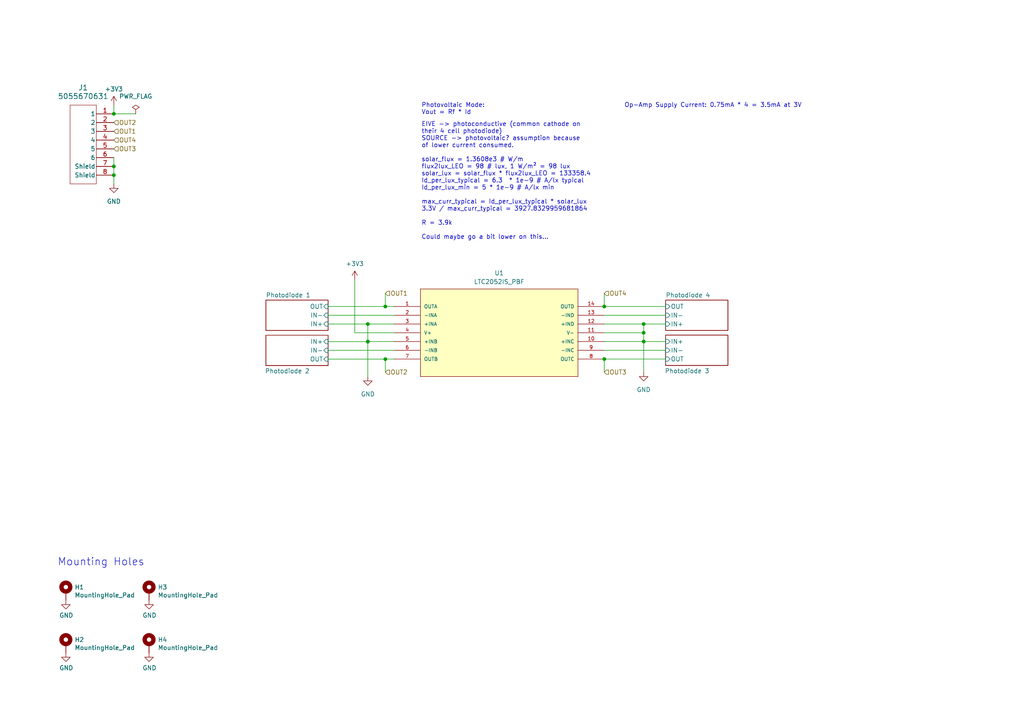
<source format=kicad_sch>
(kicad_sch (version 20231120) (generator "eeschema") (generator_version "8.0")
  (paper "A4")
  (lib_symbols
    (symbol "Mechanical:MountingHole_Pad" (pin_numbers hide) (pin_names (offset 1.016) hide)
      (property "Reference" "H" (at 0 6.35 0))
      (property "Value" "MountingHole_Pad" (at 0 4.445 0))
      (symbol "MountingHole_Pad_0_1"
        (circle (center 0 1.27) (radius 1.27) (stroke (width 1.27)))
      )
      (symbol "MountingHole_Pad_1_1"
        (pin input line (at 0 -2.54 90) (length 2.54) (name "1") (number "1"))
      )
    )
    (symbol "adcs:5055670631" (pin_names (offset 0.254))
      (property "Reference" "J" (at 6.35 4.064 0))
      (property "Value" "5055670631" (at -5.588 3.048 0))
      (symbol "5055670631_1_1"
        (polyline (pts (xy 5.08 -20.32) (xy 12.7 -20.32)) (stroke (width 0.127)))
        (polyline (pts (xy 5.08 2.54) (xy 5.08 -20.32)) (stroke (width 0.127)))
        (polyline (pts (xy 12.7 -20.32) (xy 12.7 2.54)) (stroke (width 0.127)))
        (polyline (pts (xy 12.7 2.54) (xy 5.08 2.54)) (stroke (width 0.127)))
        (pin unspecified line (at 0 0 0) (length 5.08) (name "1") (number "1"))
        (pin unspecified line (at 0 -2.54 0) (length 5.08) (name "2") (number "2"))
        (pin unspecified line (at 0 -5.08 0) (length 5.08) (name "3") (number "3"))
        (pin unspecified line (at 0 -7.62 0) (length 5.08) (name "4") (number "4"))
        (pin unspecified line (at 0 -10.16 0) (length 5.08) (name "5") (number "5"))
        (pin unspecified line (at 0 -12.7 0) (length 5.08) (name "6") (number "6"))
        (pin unspecified line (at 0 -15.24 0) (length 5.08) (name "Shield") (number "7"))
        (pin unspecified line (at 0 -17.78 0) (length 5.08) (name "Shield") (number "8"))
      )
      (symbol "5055670631_1_2"
        (polyline (pts (xy 5.08 -20.32) (xy 12.7 -20.32)) (stroke (width 0.127)))
        (polyline (pts (xy 5.08 2.54) (xy 5.08 -20.32)) (stroke (width 0.127)))
        (polyline (pts (xy 7.62 -17.78) (xy 5.08 -17.78)) (stroke (width 0.127)))
        (polyline (pts (xy 7.62 -17.78) (xy 8.89 -18.6267)) (stroke (width 0.127)))
        (polyline (pts (xy 7.62 -17.78) (xy 8.89 -16.9333)) (stroke (width 0.127)))
        (polyline (pts (xy 7.62 -15.24) (xy 5.08 -15.24)) (stroke (width 0.127)))
        (polyline (pts (xy 7.62 -15.24) (xy 8.89 -16.0867)) (stroke (width 0.127)))
        (polyline (pts (xy 7.62 -15.24) (xy 8.89 -14.3933)) (stroke (width 0.127)))
        (polyline (pts (xy 7.62 -12.7) (xy 5.08 -12.7)) (stroke (width 0.127)))
        (polyline (pts (xy 7.62 -12.7) (xy 8.89 -13.5467)) (stroke (width 0.127)))
        (polyline (pts (xy 7.62 -12.7) (xy 8.89 -11.8533)) (stroke (width 0.127)))
        (polyline (pts (xy 7.62 -10.16) (xy 5.08 -10.16)) (stroke (width 0.127)))
        (polyline (pts (xy 7.62 -10.16) (xy 8.89 -11.0067)) (stroke (width 0.127)))
        (polyline (pts (xy 7.62 -10.16) (xy 8.89 -9.3133)) (stroke (width 0.127)))
        (polyline (pts (xy 7.62 -7.62) (xy 5.08 -7.62)) (stroke (width 0.127)))
        (polyline (pts (xy 7.62 -7.62) (xy 8.89 -8.4667)) (stroke (width 0.127)))
        (polyline (pts (xy 7.62 -7.62) (xy 8.89 -6.7733)) (stroke (width 0.127)))
        (polyline (pts (xy 7.62 -5.08) (xy 5.08 -5.08)) (stroke (width 0.127)))
        (polyline (pts (xy 7.62 -5.08) (xy 8.89 -5.9267)) (stroke (width 0.127)))
        (polyline (pts (xy 7.62 -5.08) (xy 8.89 -4.2333)) (stroke (width 0.127)))
        (polyline (pts (xy 7.62 -2.54) (xy 5.08 -2.54)) (stroke (width 0.127)))
        (polyline (pts (xy 7.62 -2.54) (xy 8.89 -3.3867)) (stroke (width 0.127)))
        (polyline (pts (xy 7.62 -2.54) (xy 8.89 -1.6933)) (stroke (width 0.127)))
        (polyline (pts (xy 7.62 0) (xy 5.08 0)) (stroke (width 0.127)))
        (polyline (pts (xy 7.62 0) (xy 8.89 -0.8467)) (stroke (width 0.127)))
        (polyline (pts (xy 7.62 0) (xy 8.89 0.8467)) (stroke (width 0.127)))
        (polyline (pts (xy 12.7 -20.32) (xy 12.7 2.54)) (stroke (width 0.127)))
        (polyline (pts (xy 12.7 2.54) (xy 5.08 2.54)) (stroke (width 0.127)))
        (pin unspecified line (at 0 0 0) (length 5.08) (name "1") (number "1"))
        (pin unspecified line (at 0 -2.54 0) (length 5.08) (name "2") (number "2"))
        (pin unspecified line (at 0 -5.08 0) (length 5.08) (name "3") (number "3"))
        (pin unspecified line (at 0 -7.62 0) (length 5.08) (name "4") (number "4"))
        (pin unspecified line (at 0 -10.16 0) (length 5.08) (name "5") (number "5"))
        (pin unspecified line (at 0 -12.7 0) (length 5.08) (name "6") (number "6"))
        (pin unspecified line (at 0 -15.24 0) (length 5.08) (name "7") (number "7"))
        (pin unspecified line (at 0 -17.78 0) (length 5.08) (name "8") (number "8"))
      )
    )
    (symbol "adcs:LTC2052IS_PBF" (pin_names (offset 1.016))
      (property "Reference" "U" (at 25.7556 9.1186 0))
      (property "Value" "LTC2052IS_PBF" (at 25.1206 6.5786 0))
      (symbol "LTC2052IS_PBF_0_0"
        (rectangle (start 7.62 -20.32) (end 53.34 5.08) (stroke (width 0.1524)) (fill (type background)))
        (pin output line (at 0 0 0) (length 7.62) (name "OUTA") (number "1"))
        (pin input line (at 60.96 -10.16 180) (length 7.62) (name "+INC") (number "10"))
        (pin power_in line (at 60.96 -7.62 180) (length 7.62) (name "V-") (number "11"))
        (pin input line (at 60.96 -5.08 180) (length 7.62) (name "+IND") (number "12"))
        (pin input line (at 60.96 -2.54 180) (length 7.62) (name "-IND") (number "13"))
        (pin output line (at 60.96 0 180) (length 7.62) (name "OUTD") (number "14"))
        (pin input line (at 0 -2.54 0) (length 7.62) (name "-INA") (number "2"))
        (pin input line (at 0 -5.08 0) (length 7.62) (name "+INA") (number "3"))
        (pin power_in line (at 0 -7.62 0) (length 7.62) (name "V+") (number "4"))
        (pin input line (at 0 -10.16 0) (length 7.62) (name "+INB") (number "5"))
        (pin input line (at 0 -12.7 0) (length 7.62) (name "-INB") (number "6"))
        (pin output line (at 0 -15.24 0) (length 7.62) (name "OUTB") (number "7"))
        (pin output line (at 60.96 -15.24 180) (length 7.62) (name "OUTC") (number "8"))
        (pin input line (at 60.96 -12.7 180) (length 7.62) (name "-INC") (number "9"))
      )
    )
    (symbol "power:+3V3" (power) (pin_names (offset 0))
      (property "Value" "+3V3" (at 0 3.556 0))
      (symbol "+3V3_0_1"
        (polyline (pts (xy -0.762 1.27) (xy 0 2.54)))
        (polyline (pts (xy 0 0) (xy 0 2.54)))
        (polyline (pts (xy 0 2.54) (xy 0.762 1.27)))
      )
      (symbol "+3V3_1_1"
        (pin power_in line (at 0 0 90) (length 0) hide (name "+3V3") (number "1"))
      )
    )
    (symbol "power:GND" (power) (pin_names (offset 0))
      (property "Value" "GND" (at 0 -3.81 0))
      (symbol "GND_0_1"
        (polyline (pts (xy 0 0) (xy 0 -1.27) (xy 1.27 -1.27) (xy 0 -2.54) (xy -1.27 -1.27) (xy 0 -1.27)))
      )
      (symbol "GND_1_1"
        (pin power_in line (at 0 0 270) (length 0) hide (name "GND") (number "1"))
      )
    )
    (symbol "power:PWR_FLAG" (power) (pin_numbers hide) (pin_names (offset 0) hide)
      (property "Value" "PWR_FLAG" (at 0 3.81 0))
      (symbol "PWR_FLAG_0_0"
        (pin power_out line (at 0 0 90) (length 0) (name "pwr") (number "1"))
      )
      (symbol "PWR_FLAG_0_1"
        (polyline (pts (xy 0 0) (xy 0 1.27) (xy -1.016 1.905) (xy 0 2.54) (xy 1.016 1.905) (xy 0 1.27)))
      )
    )
  )
  (junction (at 186.69 99.06))
  (junction (at 175.26 104.14))
  (junction (at 186.69 96.52))
  (junction (at 106.68 99.06))
  (junction (at 106.68 93.98))
  (junction (at 106.68 99.0854))
  (junction (at 33.02 48.26))
  (junction (at 186.69 93.98))
  (junction (at 175.26 88.9))
  (junction (at 111.76 88.9))
  (junction (at 33.02 33.02))
  (junction (at 33.02 50.8))
  (junction (at 111.76 104.1654))
  (wire (pts (xy 111.76 104.1654) (xy 111.76 107.95)))
  (wire (pts (xy 95.1738 104.1654) (xy 111.76 104.1654)))
  (wire (pts (xy 106.68 99.0854) (xy 106.68 109.22)))
  (wire (pts (xy 33.02 45.72) (xy 33.02 48.26)))
  (wire (pts (xy 186.69 99.06) (xy 186.69 107.95)))
  (wire (pts (xy 175.26 88.9) (xy 193.0654 88.9)))
  (wire (pts (xy 175.26 104.14) (xy 193.0654 104.14)))
  (wire (pts (xy 95.3262 101.6) (xy 114.3 101.6)))
  (wire (pts (xy 175.26 85.09) (xy 175.26 88.9)))
  (wire (pts (xy 33.02 33.02) (xy 39.37 33.02)))
  (wire (pts (xy 114.3 96.52) (xy 102.8954 96.52)))
  (wire (pts (xy 106.68 93.98) (xy 106.68 99.06)))
  (wire (pts (xy 95.1738 88.9) (xy 111.76 88.9)))
  (wire (pts (xy 175.26 91.44) (xy 193.0654 91.44)))
  (wire (pts (xy 175.26 101.6) (xy 193.0654 101.6)))
  (wire (pts (xy 95.1738 91.44) (xy 114.3 91.44)))
  (wire (pts (xy 111.76 88.9) (xy 114.3 88.9)))
  (wire (pts (xy 106.68 93.98) (xy 114.3 93.98)))
  (wire (pts (xy 186.69 93.98) (xy 186.69 96.52)))
  (wire (pts (xy 106.68 99.0854) (xy 95.1738 99.0854)))
  (wire (pts (xy 33.02 48.26) (xy 33.02 50.8)))
  (wire (pts (xy 186.69 93.98) (xy 193.0654 93.98)))
  (wire (pts (xy 33.02 50.8) (xy 33.02 53.34)))
  (wire (pts (xy 106.68 99.0854) (xy 106.68 99.06)))
  (wire (pts (xy 111.76 104.1654) (xy 111.76 104.14)))
  (wire (pts (xy 186.69 99.06) (xy 193.0654 99.06)))
  (wire (pts (xy 175.26 96.52) (xy 186.69 96.52)))
  (wire (pts (xy 186.69 96.52) (xy 186.69 99.06)))
  (wire (pts (xy 102.8954 81.153) (xy 102.8954 96.52)))
  (wire (pts (xy 95.1738 93.98) (xy 106.68 93.98)))
  (wire (pts (xy 95.3262 101.6254) (xy 95.3262 101.6)))
  (wire (pts (xy 95.1738 101.6254) (xy 95.3262 101.6254)))
  (wire (pts (xy 111.76 104.14) (xy 114.3 104.14)))
  (wire (pts (xy 175.26 104.14) (xy 175.26 107.95)))
  (wire (pts (xy 175.26 99.06) (xy 186.69 99.06)))
  (wire (pts (xy 175.26 93.98) (xy 186.69 93.98)))
  (wire (pts (xy 106.68 99.06) (xy 114.3 99.06)))
  (wire (pts (xy 33.02 30.48) (xy 33.02 33.02)))
  (wire (pts (xy 111.76 85.09) (xy 111.76 88.9)))
  (text "EIVE -> photoconductive (common cathode on \ntheir 4 cell photodiode)\nSOURCE -> photovoltaic? assumption because \nof lower current consumed.\n\nsolar_flux = 1.3608e3 # W/m\nflux2lux_LEO = 98 # lux, 1 W/m² = 98 lux\nsolar_lux = solar_flux * flux2lux_LEO = 133358.4\nId_per_lux_typical = 6.3  * 1e-9 # A/lx typical\nId_per_lux_min = 5 * 1e-9 # A/lx min\n\nmax_curr_typical = Id_per_lux_typical * solar_lux\n3.3V / max_curr_typical = 3927.8329959681864\n\nR = 3.9k\n\nCould maybe go a bit lower on this..." (at 122.2248 69.596 0) (effects (font (size 1.27 1.27)) (justify left bottom)))
  (text "Mounting Holes" (at 16.6624 164.3634 0) (effects (font (size 2.159 2.159)) (justify left bottom)))
  (text "Photovoltaic Mode:\nVout = Rf * Id" (at 122.2248 33.401 0) (effects (font (size 1.27 1.27)) (justify left bottom)))
  (text "Op-Amp Supply Current: 0.75mA * 4 = 3.5mA at 3V" (at 181.0766 31.3436 0) (effects (font (size 1.27 1.27)) (justify left bottom)))
  (hierarchical_label "OUT4" (shape input) (at 33.02 40.64 0))
  (hierarchical_label "OUT3" (shape input) (at 33.02 43.18 0))
  (hierarchical_label "OUT1" (shape input) (at 33.02 38.1 0))
  (hierarchical_label "OUT2" (shape input) (at 111.76 107.95 0))
  (hierarchical_label "OUT4" (shape input) (at 175.26 85.09 0))
  (hierarchical_label "OUT1" (shape input) (at 111.76 85.09 0))
  (hierarchical_label "OUT2" (shape input) (at 33.02 35.56 0))
  (hierarchical_label "OUT3" (shape input) (at 175.26 107.95 0))
  (symbol (lib_id "power:PWR_FLAG") (at 39.37 33.02 0) (mirror y) (unit 1)
    (property "Reference" "#FLG01" (effects (hide yes)))
    (property "Value" "PWR_FLAG" (at 39.37 27.94 0))
  )
  (symbol (lib_id "power:GND") (at 33.02 53.34 0) (mirror y) (unit 1)
    (property "Reference" "#PWR06" (effects (hide yes)))
    (property "Value" "GND" (at 33.02 58.42 0))
  )
  (symbol (lib_id "power:GND") (at 106.68 109.22 0) (unit 1)
    (property "Reference" "#PWR08" (effects (hide yes)))
    (property "Value" "GND" (at 106.68 114.3 0))
  )
  (symbol (lib_id "adcs:5055670631") (at 33.02 33.02 0) (mirror y) (unit 1)
    (property "Reference" "J1" (at 24.13 25.4 0) (effects (font (size 1.524 1.524))))
    (property "Value" "5055670631" (at 24.13 27.94 0) (effects (font (size 1.524 1.524))))
    (property "Footprint" "adcs:CON_5055670631" (effects (hide yes)))
    (property "Datasheet" "5055670631" (effects (hide yes)))
  )
  (symbol (lib_id "power:GND") (at 43.2308 189.3316 0) (unit 1)
    (property "Reference" "#PWR04" (effects (hide yes)))
    (property "Value" "GND" (at 43.3578 193.7258 0))
  )
  (symbol (lib_id "Mechanical:MountingHole_Pad") (at 19.1008 171.5516 0) (unit 1) (in_bom no)
    (property "Reference" "H1" (at 21.6408 170.307 0) (effects (justify left)))
    (property "Value" "MountingHole_Pad" (at 21.6408 172.6184 0) (effects (justify left)))
    (property "Footprint" "MountingHole:MountingHole_2.2mm_M2" (effects (hide yes)))
  )
  (symbol (lib_id "Mechanical:MountingHole_Pad") (at 43.2308 186.7916 0) (unit 1) (in_bom no)
    (property "Reference" "H4" (at 45.7708 185.547 0) (effects (justify left)))
    (property "Value" "MountingHole_Pad" (at 45.7708 187.8584 0) (effects (justify left)))
    (property "Footprint" "MountingHole:MountingHole_2.2mm_M2" (effects (hide yes)))
  )
  (symbol (lib_id "adcs:LTC2052IS_PBF") (at 114.3 88.9 0) (unit 1)
    (property "Reference" "U1" (at 144.78 79.1972 0))
    (property "Value" "LTC2052IS_PBF" (at 144.78 81.7372 0))
    (property "Footprint" "adcs:SO-14_S" (effects (hide yes)))
    (property "Datasheet" "https://www.analog.com/media/en/technical-documentation/data-sheets/20512fd.pdf" (effects (hide yes)))
    (property "Description" "Linear IC - Op-amp Linear Technology LTC2052IS#PBF Scrambler (zero drift) SO 14" (effects (hide yes)))
    (property "MF" "Analog Devices" (effects (hide yes)))
    (property "VENDOR" "LinearTech" (effects (hide yes)))
  )
  (symbol (lib_id "Mechanical:MountingHole_Pad") (at 43.2308 171.5516 0) (unit 1) (in_bom no)
    (property "Reference" "H3" (at 45.7708 170.307 0) (effects (justify left)))
    (property "Value" "MountingHole_Pad" (at 45.7708 172.6184 0) (effects (justify left)))
    (property "Footprint" "MountingHole:MountingHole_2.2mm_M2" (effects (hide yes)))
  )
  (symbol (lib_id "power:GND") (at 19.1008 174.0916 0) (unit 1)
    (property "Reference" "#PWR01" (effects (hide yes)))
    (property "Value" "GND" (at 19.2278 178.4858 0))
  )
  (symbol (lib_id "power:+3V3") (at 33.02 30.48 0) (mirror y) (unit 1)
    (property "Reference" "#PWR010" (effects (hide yes)))
    (property "Value" "+3V3" (at 33.02 25.8318 0))
  )
  (symbol (lib_id "power:+3V3") (at 102.8954 81.153 0) (unit 1)
    (property "Reference" "#PWR07" (effects (hide yes)))
    (property "Value" "+3V3" (at 102.8954 76.5048 0))
  )
  (symbol (lib_id "Mechanical:MountingHole_Pad") (at 19.1008 186.7916 0) (unit 1) (in_bom no)
    (property "Reference" "H2" (at 21.6408 185.547 0) (effects (justify left)))
    (property "Value" "MountingHole_Pad" (at 21.6408 187.8584 0) (effects (justify left)))
    (property "Footprint" "MountingHole:MountingHole_2.2mm_M2" (effects (hide yes)))
  )
  (symbol (lib_id "power:GND") (at 186.69 107.95 0) (unit 1)
    (property "Reference" "#PWR09" (effects (hide yes)))
    (property "Value" "GND" (at 186.69 113.03 0))
  )
  (symbol (lib_id "power:GND") (at 19.1008 189.3316 0) (unit 1)
    (property "Reference" "#PWR02" (effects (hide yes)))
    (property "Value" "GND" (at 19.2278 193.7258 0))
  )
  (symbol (lib_id "power:GND") (at 43.2308 174.0916 0) (unit 1)
    (property "Reference" "#PWR03" (effects (hide yes)))
    (property "Value" "GND" (at 43.3578 178.4858 0))
  )
  (sheet (at 77.1144 87.0458) (size 18.0594 8.7884) (stroke (width 0.1524))
    (property "Sheetname" "Photodiode 1" (at 77.1144 86.3342 0) (effects (justify left bottom)))
    (property "Sheetfile" "smol.kicad_sch" (effects (hide yes)))
    (pin "IN+" input (at 95.1738 93.98 0))
    (pin "IN-" input (at 95.1738 91.44 0))
    (pin "OUT" input (at 95.1738 88.9 0))
  )
  (sheet (at 193.0654 97.2058) (size 18.0594 8.7884) (stroke (width 0.1524))
    (property "Sheetname" "Photodiode 3" (at 192.8114 108.331 0) (effects (justify left bottom)))
    (property "Sheetfile" "smol.kicad_sch" (effects (hide yes)))
    (pin "IN+" input (at 193.0654 99.06 180))
    (pin "IN-" input (at 193.0654 101.6 180))
    (pin "OUT" input (at 193.0654 104.14 180))
  )
  (sheet (at 77.1144 97.2312) (size 18.0594 8.7884) (stroke (width 0.1524))
    (property "Sheetname" "Photodiode 2" (at 76.8604 108.3564 0) (effects (justify left bottom)))
    (property "Sheetfile" "smol.kicad_sch" (effects (hide yes)))
    (pin "IN+" input (at 95.1738 99.0854 0))
    (pin "IN-" input (at 95.1738 101.6254 0))
    (pin "OUT" input (at 95.1738 104.1654 0))
  )
  (sheet (at 193.0654 87.0458) (size 18.0594 8.7884) (stroke (width 0.1524))
    (property "Sheetname" "Photodiode 4" (at 193.0654 86.3342 0) (effects (justify left bottom)))
    (property "Sheetfile" "smol.kicad_sch" (effects (hide yes)))
    (pin "IN+" input (at 193.0654 93.98 180))
    (pin "IN-" input (at 193.0654 91.44 180))
    (pin "OUT" input (at 193.0654 88.9 180))
  )
)
</source>
